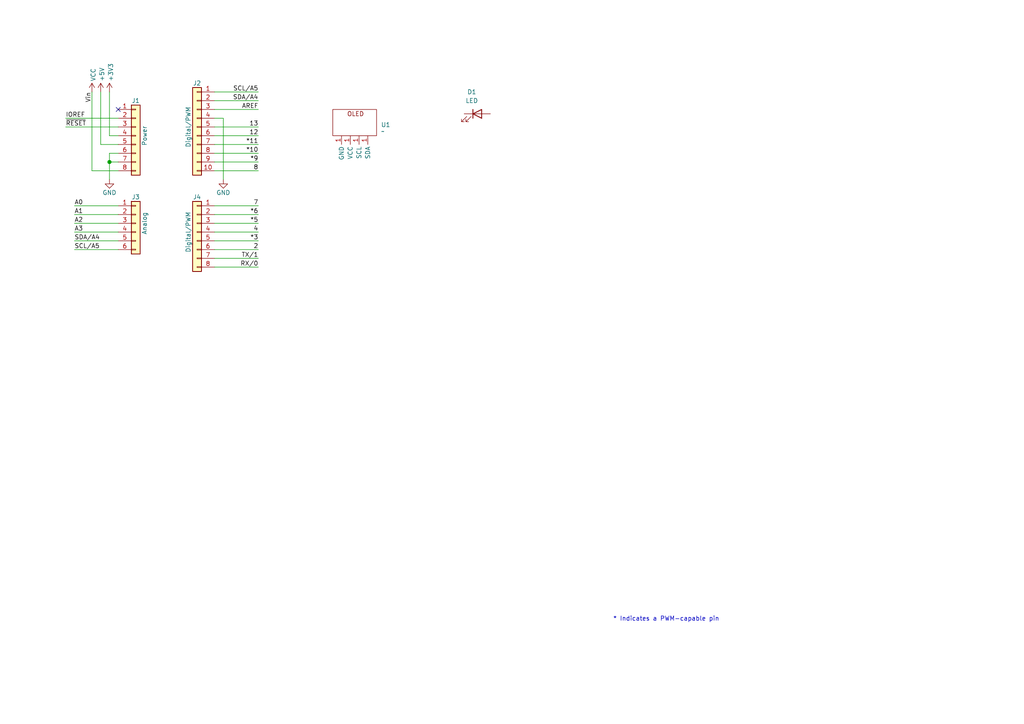
<source format=kicad_sch>
(kicad_sch (version 20231120) (generator "eeschema") (generator_version "8.0")
  (paper "A4")
  (title_block (date "mar. 31 mars 2015"))
  (lib_symbols
    (symbol "Connector_Generic:Conn_01x06" (pin_names (offset 1.016) hide)
      (property "Reference" "J" (at 0 7.62 0))
      (property "Value" "Conn_01x06" (at 0 -10.16 0))
      (symbol "Conn_01x06_1_1"
        (rectangle (start -1.27 -7.493) (end 0 -7.747) (stroke (width 0.1524)))
        (rectangle (start -1.27 -4.953) (end 0 -5.207) (stroke (width 0.1524)))
        (rectangle (start -1.27 -2.413) (end 0 -2.667) (stroke (width 0.1524)))
        (rectangle (start -1.27 0.127) (end 0 -0.127) (stroke (width 0.1524)))
        (rectangle (start -1.27 2.667) (end 0 2.413) (stroke (width 0.1524)))
        (rectangle (start -1.27 5.207) (end 0 4.953) (stroke (width 0.1524)))
        (rectangle (start -1.27 6.35) (end 1.27 -8.89) (stroke (width 0.254)) (fill (type background)))
        (pin passive line (at -5.08 5.08 0) (length 3.81) (name "Pin_1") (number "1"))
        (pin passive line (at -5.08 2.54 0) (length 3.81) (name "Pin_2") (number "2"))
        (pin passive line (at -5.08 0 0) (length 3.81) (name "Pin_3") (number "3"))
        (pin passive line (at -5.08 -2.54 0) (length 3.81) (name "Pin_4") (number "4"))
        (pin passive line (at -5.08 -5.08 0) (length 3.81) (name "Pin_5") (number "5"))
        (pin passive line (at -5.08 -7.62 0) (length 3.81) (name "Pin_6") (number "6"))
      )
    )
    (symbol "Connector_Generic:Conn_01x08" (pin_names (offset 1.016) hide)
      (property "Reference" "J" (at 0 10.16 0))
      (property "Value" "Conn_01x08" (at 0 -12.7 0))
      (symbol "Conn_01x08_1_1"
        (rectangle (start -1.27 -10.033) (end 0 -10.287) (stroke (width 0.1524)))
        (rectangle (start -1.27 -7.493) (end 0 -7.747) (stroke (width 0.1524)))
        (rectangle (start -1.27 -4.953) (end 0 -5.207) (stroke (width 0.1524)))
        (rectangle (start -1.27 -2.413) (end 0 -2.667) (stroke (width 0.1524)))
        (rectangle (start -1.27 0.127) (end 0 -0.127) (stroke (width 0.1524)))
        (rectangle (start -1.27 2.667) (end 0 2.413) (stroke (width 0.1524)))
        (rectangle (start -1.27 5.207) (end 0 4.953) (stroke (width 0.1524)))
        (rectangle (start -1.27 7.747) (end 0 7.493) (stroke (width 0.1524)))
        (rectangle (start -1.27 8.89) (end 1.27 -11.43) (stroke (width 0.254)) (fill (type background)))
        (pin passive line (at -5.08 7.62 0) (length 3.81) (name "Pin_1") (number "1"))
        (pin passive line (at -5.08 5.08 0) (length 3.81) (name "Pin_2") (number "2"))
        (pin passive line (at -5.08 2.54 0) (length 3.81) (name "Pin_3") (number "3"))
        (pin passive line (at -5.08 0 0) (length 3.81) (name "Pin_4") (number "4"))
        (pin passive line (at -5.08 -2.54 0) (length 3.81) (name "Pin_5") (number "5"))
        (pin passive line (at -5.08 -5.08 0) (length 3.81) (name "Pin_6") (number "6"))
        (pin passive line (at -5.08 -7.62 0) (length 3.81) (name "Pin_7") (number "7"))
        (pin passive line (at -5.08 -10.16 0) (length 3.81) (name "Pin_8") (number "8"))
      )
    )
    (symbol "Connector_Generic:Conn_01x10" (pin_names (offset 1.016) hide)
      (property "Reference" "J" (at 0 12.7 0))
      (property "Value" "Conn_01x10" (at 0 -15.24 0))
      (symbol "Conn_01x10_1_1"
        (rectangle (start -1.27 -12.573) (end 0 -12.827) (stroke (width 0.1524)))
        (rectangle (start -1.27 -10.033) (end 0 -10.287) (stroke (width 0.1524)))
        (rectangle (start -1.27 -7.493) (end 0 -7.747) (stroke (width 0.1524)))
        (rectangle (start -1.27 -4.953) (end 0 -5.207) (stroke (width 0.1524)))
        (rectangle (start -1.27 -2.413) (end 0 -2.667) (stroke (width 0.1524)))
        (rectangle (start -1.27 0.127) (end 0 -0.127) (stroke (width 0.1524)))
        (rectangle (start -1.27 2.667) (end 0 2.413) (stroke (width 0.1524)))
        (rectangle (start -1.27 5.207) (end 0 4.953) (stroke (width 0.1524)))
        (rectangle (start -1.27 7.747) (end 0 7.493) (stroke (width 0.1524)))
        (rectangle (start -1.27 10.287) (end 0 10.033) (stroke (width 0.1524)))
        (rectangle (start -1.27 11.43) (end 1.27 -13.97) (stroke (width 0.254)) (fill (type background)))
        (pin passive line (at -5.08 10.16 0) (length 3.81) (name "Pin_1") (number "1"))
        (pin passive line (at -5.08 -12.7 0) (length 3.81) (name "Pin_10") (number "10"))
        (pin passive line (at -5.08 7.62 0) (length 3.81) (name "Pin_2") (number "2"))
        (pin passive line (at -5.08 5.08 0) (length 3.81) (name "Pin_3") (number "3"))
        (pin passive line (at -5.08 2.54 0) (length 3.81) (name "Pin_4") (number "4"))
        (pin passive line (at -5.08 0 0) (length 3.81) (name "Pin_5") (number "5"))
        (pin passive line (at -5.08 -2.54 0) (length 3.81) (name "Pin_6") (number "6"))
        (pin passive line (at -5.08 -5.08 0) (length 3.81) (name "Pin_7") (number "7"))
        (pin passive line (at -5.08 -7.62 0) (length 3.81) (name "Pin_8") (number "8"))
        (pin passive line (at -5.08 -10.16 0) (length 3.81) (name "Pin_9") (number "9"))
      )
    )
    (symbol "Device:LED" (pin_numbers hide) (pin_names (offset 1.016) hide)
      (property "Reference" "D" (at 0 2.54 0))
      (property "Value" "LED" (at 0 -2.54 0))
      (symbol "LED_0_1"
        (polyline (pts (xy -1.27 -1.27) (xy -1.27 1.27)) (stroke (width 0.254)))
        (polyline (pts (xy -1.27 0) (xy 1.27 0)))
        (polyline (pts (xy 1.27 -1.27) (xy 1.27 1.27) (xy -1.27 0) (xy 1.27 -1.27)) (stroke (width 0.254)))
        (polyline (pts (xy -3.048 -0.762) (xy -4.572 -2.286) (xy -3.81 -2.286) (xy -4.572 -2.286) (xy -4.572 -1.524)))
        (polyline (pts (xy -1.778 -0.762) (xy -3.302 -2.286) (xy -2.54 -2.286) (xy -3.302 -2.286) (xy -3.302 -1.524)))
      )
      (symbol "LED_1_1"
        (pin passive line (at -3.81 0 0) (length 2.54) (name "K") (number "1"))
        (pin passive line (at 3.81 0 180) (length 2.54) (name "A") (number "2"))
      )
    )
    (symbol "New_Library:OLED"
      (property "Reference" "U" (at -6.604 -1.27 0))
      (symbol "OLED_0_1"
        (rectangle (start -6.35 8.89) (end 6.35 1.27))
      )
      (symbol "OLED_1_1"
        (text "OLED" (at 0.254 7.62 0) (effects (font (size 1.27 1.27))))
        (pin input line (at -3.81 1.27 270) (length 2.54) (name "GND") (number "1"))
        (pin input line (at 1.27 1.27 270) (length 2.54) (name "SCL") (number "1"))
        (pin input line (at 3.81 1.27 270) (length 2.54) (name "SDA") (number "1"))
        (pin input line (at -1.27 1.27 270) (length 2.54) (name "VCC") (number "1"))
      )
    )
    (symbol "power:+3V3" (power) (pin_names (offset 0))
      (property "Value" "+3V3" (at 0 3.556 0))
      (symbol "+3V3_0_1"
        (polyline (pts (xy -0.762 1.27) (xy 0 2.54)))
        (polyline (pts (xy 0 0) (xy 0 2.54)))
        (polyline (pts (xy 0 2.54) (xy 0.762 1.27)))
      )
      (symbol "+3V3_1_1"
        (pin power_in line (at 0 0 90) (length 0) hide (name "+3V3") (number "1"))
      )
    )
    (symbol "power:+5V" (power) (pin_names (offset 0))
      (property "Value" "+5V" (at 0 3.556 0))
      (symbol "+5V_0_1"
        (polyline (pts (xy -0.762 1.27) (xy 0 2.54)))
        (polyline (pts (xy 0 0) (xy 0 2.54)))
        (polyline (pts (xy 0 2.54) (xy 0.762 1.27)))
      )
      (symbol "+5V_1_1"
        (pin power_in line (at 0 0 90) (length 0) hide (name "+5V") (number "1"))
      )
    )
    (symbol "power:GND" (power) (pin_names (offset 0))
      (property "Value" "GND" (at 0 -3.81 0))
      (symbol "GND_0_1"
        (polyline (pts (xy 0 0) (xy 0 -1.27) (xy 1.27 -1.27) (xy 0 -2.54) (xy -1.27 -1.27) (xy 0 -1.27)))
      )
      (symbol "GND_1_1"
        (pin power_in line (at 0 0 270) (length 0) hide (name "GND") (number "1"))
      )
    )
    (symbol "power:VCC" (power) (pin_names (offset 0))
      (property "Value" "VCC" (at 0 3.81 0))
      (symbol "VCC_0_1"
        (polyline (pts (xy -0.762 1.27) (xy 0 2.54)))
        (polyline (pts (xy 0 0) (xy 0 2.54)))
        (polyline (pts (xy 0 2.54) (xy 0.762 1.27)))
      )
      (symbol "VCC_1_1"
        (pin power_in line (at 0 0 90) (length 0) hide (name "VCC") (number "1"))
      )
    )
  )
  (junction (at 31.75 46.99) (diameter 1.016))
  (no_connect (at 34.29 31.75))
  (wire (pts (xy 62.23 77.47) (xy 74.93 77.47)))
  (wire (pts (xy 62.23 44.45) (xy 74.93 44.45)))
  (wire (pts (xy 62.23 26.67) (xy 74.93 26.67)))
  (wire (pts (xy 31.75 44.45) (xy 31.75 46.99)))
  (wire (pts (xy 21.59 72.39) (xy 34.29 72.39)))
  (wire (pts (xy 31.75 46.99) (xy 31.75 52.07)))
  (wire (pts (xy 31.75 39.37) (xy 34.29 39.37)))
  (wire (pts (xy 29.21 41.91) (xy 34.29 41.91)))
  (wire (pts (xy 29.21 26.67) (xy 29.21 41.91)))
  (wire (pts (xy 62.23 36.83) (xy 74.93 36.83)))
  (wire (pts (xy 31.75 26.67) (xy 31.75 39.37)))
  (wire (pts (xy 62.23 59.69) (xy 74.93 59.69)))
  (wire (pts (xy 34.29 59.69) (xy 21.59 59.69)))
  (wire (pts (xy 62.23 39.37) (xy 74.93 39.37)))
  (wire (pts (xy 62.23 62.23) (xy 74.93 62.23)))
  (wire (pts (xy 62.23 46.99) (xy 74.93 46.99)))
  (wire (pts (xy 62.23 67.31) (xy 74.93 67.31)))
  (wire (pts (xy 19.05 34.29) (xy 34.29 34.29)))
  (wire (pts (xy 64.77 34.29) (xy 64.77 52.07)))
  (wire (pts (xy 62.23 31.75) (xy 74.93 31.75)))
  (wire (pts (xy 34.29 64.77) (xy 21.59 64.77)))
  (wire (pts (xy 19.05 36.83) (xy 34.29 36.83)))
  (wire (pts (xy 34.29 46.99) (xy 31.75 46.99)))
  (wire (pts (xy 34.29 49.53) (xy 26.67 49.53)))
  (wire (pts (xy 21.59 62.23) (xy 34.29 62.23)))
  (wire (pts (xy 62.23 34.29) (xy 64.77 34.29)))
  (wire (pts (xy 34.29 44.45) (xy 31.75 44.45)))
  (wire (pts (xy 62.23 41.91) (xy 74.93 41.91)))
  (wire (pts (xy 62.23 64.77) (xy 74.93 64.77)))
  (wire (pts (xy 21.59 67.31) (xy 34.29 67.31)))
  (wire (pts (xy 62.23 29.21) (xy 74.93 29.21)))
  (wire (pts (xy 62.23 72.39) (xy 74.93 72.39)))
  (wire (pts (xy 62.23 69.85) (xy 74.93 69.85)))
  (wire (pts (xy 62.23 74.93) (xy 74.93 74.93)))
  (wire (pts (xy 26.67 49.53) (xy 26.67 26.67)))
  (wire (pts (xy 34.29 69.85) (xy 21.59 69.85)))
  (wire (pts (xy 62.23 49.53) (xy 74.93 49.53)))
  (text "* Indicates a PWM-capable pin" (at 177.8 180.34 0) (effects (font (size 1.27 1.27)) (justify left bottom)))
  (label "RX{slash}0" (at 74.93 77.47 180))
  (label "A2" (at 21.59 64.77 0))
  (label "4" (at 74.93 67.31 180))
  (label "2" (at 74.93 72.39 180))
  (label "A3" (at 21.59 67.31 0))
  (label "13" (at 74.93 36.83 180))
  (label "12" (at 74.93 39.37 180))
  (label "~{RESET}" (at 19.05 36.83 0))
  (label "*10" (at 74.93 44.45 180))
  (label "7" (at 74.93 59.69 180))
  (label "SDA{slash}A4" (at 74.93 29.21 180))
  (label "8" (at 74.93 49.53 180))
  (label "*11" (at 74.93 41.91 180))
  (label "*3" (at 74.93 69.85 180))
  (label "A1" (at 21.59 62.23 0))
  (label "TX{slash}1" (at 74.93 74.93 180))
  (label "A0" (at 21.59 59.69 0))
  (label "AREF" (at 74.93 31.75 180))
  (label "Vin" (at 26.67 26.67 270))
  (label "*6" (at 74.93 62.23 180))
  (label "SCL{slash}A5" (at 74.93 26.67 180))
  (label "*9" (at 74.93 46.99 180))
  (label "*5" (at 74.93 64.77 180))
  (label "IOREF" (at 19.05 34.29 0))
  (label "SDA{slash}A4" (at 21.59 69.85 0))
  (label "SCL{slash}A5" (at 21.59 72.39 0))
  (symbol (lib_id "Connector_Generic:Conn_01x08") (at 39.37 39.37 0) (unit 1)
    (property "Reference" "J1" (at 39.37 29.21 0))
    (property "Value" "Power" (at 41.91 39.37 90))
    (property "Footprint" "Connector_PinSocket_2.54mm:PinSocket_1x08_P2.54mm_Vertical" (effects (hide yes)))
  )
  (symbol (lib_id "power:+3V3") (at 31.75 26.67 0) (unit 1)
    (property "Reference" "#PWR03" (effects (hide yes)))
    (property "Value" "+3V3" (at 32.131 23.622 90) (effects (justify left)))
  )
  (symbol (lib_id "power:+5V") (at 29.21 26.67 0) (unit 1)
    (property "Reference" "#PWR02" (effects (hide yes)))
    (property "Value" "+5V" (at 29.5656 23.622 90) (effects (justify left)))
  )
  (symbol (lib_id "power:GND") (at 31.75 52.07 0) (unit 1)
    (property "Reference" "#PWR04" (effects (hide yes)))
    (property "Value" "GND" (at 31.75 55.88 0))
  )
  (symbol (lib_id "Connector_Generic:Conn_01x10") (at 57.15 36.83 0) (mirror y) (unit 1)
    (property "Reference" "J2" (at 57.15 24.13 0))
    (property "Value" "Digital/PWM" (at 54.61 36.83 90))
    (property "Footprint" "Connector_PinSocket_2.54mm:PinSocket_1x10_P2.54mm_Vertical" (effects (hide yes)))
  )
  (symbol (lib_id "power:GND") (at 64.77 52.07 0) (unit 1)
    (property "Reference" "#PWR05" (effects (hide yes)))
    (property "Value" "GND" (at 64.77 55.88 0))
  )
  (symbol (lib_id "Connector_Generic:Conn_01x06") (at 39.37 64.77 0) (unit 1)
    (property "Reference" "J3" (at 39.37 57.15 0))
    (property "Value" "Analog" (at 41.91 64.77 90))
    (property "Footprint" "Connector_PinSocket_2.54mm:PinSocket_1x06_P2.54mm_Vertical" (effects (hide yes)))
  )
  (symbol (lib_id "Connector_Generic:Conn_01x08") (at 57.15 67.31 0) (mirror y) (unit 1)
    (property "Reference" "J4" (at 57.15 57.15 0))
    (property "Value" "Digital/PWM" (at 54.61 67.31 90))
    (property "Footprint" "Connector_PinSocket_2.54mm:PinSocket_1x08_P2.54mm_Vertical" (effects (hide yes)))
  )
  (symbol (lib_id "power:VCC") (at 26.67 26.67 0) (unit 1)
    (property "Reference" "#PWR01" (effects (hide yes)))
    (property "Value" "VCC" (at 27.051 23.622 90) (effects (justify left)))
  )
  (symbol (lib_id "Device:LED") (at 138.43 33.02 0) (unit 1)
    (property "Reference" "D1" (at 136.8425 26.67 0))
    (property "Value" "LED" (at 136.8425 29.21 0))
    (property "Footprint" "Display:OLED-128O064D" (effects (hide yes)))
    (property "Description" "Light emitting diode" (effects (hide yes)))
  )
  (symbol (lib_id "New_Library:OLED") (at 102.87 40.64 0) (unit 1)
    (property "Reference" "U1" (at 110.49 36.1949 0) (effects (justify left)))
    (property "Value" "~" (at 110.49 38.1 0) (effects (justify left)))
    (property "Footprint" "Connector_PinHeader_1.00mm:PinHeader_1x01_P1.00mm_Horizontal" (effects (hide yes)))
  )
)
</source>
